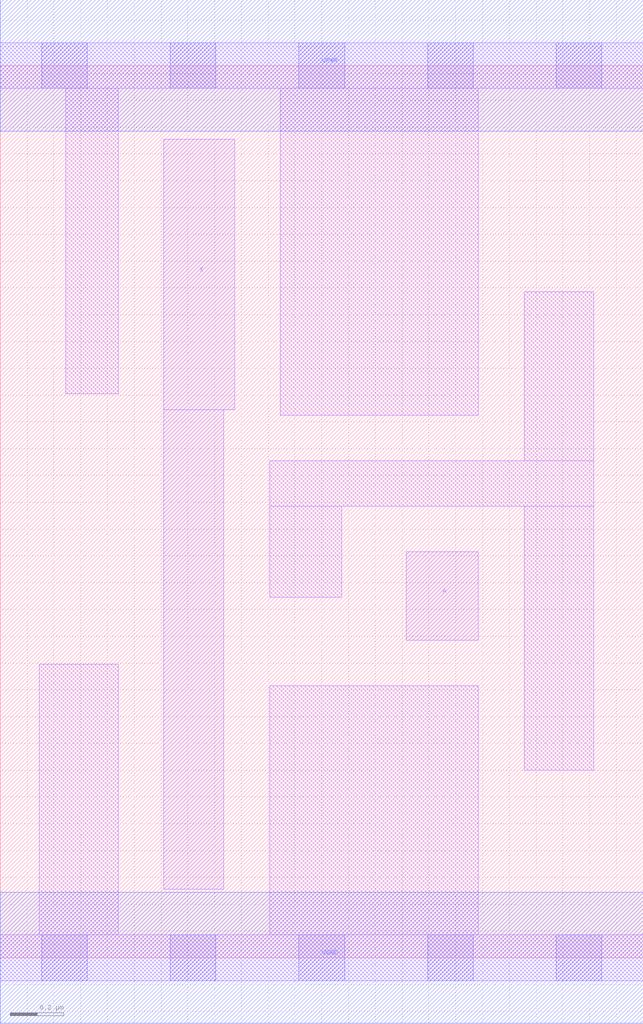
<source format=lef>
# Copyright 2020 The SkyWater PDK Authors
#
# Licensed under the Apache License, Version 2.0 (the "License");
# you may not use this file except in compliance with the License.
# You may obtain a copy of the License at
#
#     https://www.apache.org/licenses/LICENSE-2.0
#
# Unless required by applicable law or agreed to in writing, software
# distributed under the License is distributed on an "AS IS" BASIS,
# WITHOUT WARRANTIES OR CONDITIONS OF ANY KIND, either express or implied.
# See the License for the specific language governing permissions and
# limitations under the License.
#
# SPDX-License-Identifier: Apache-2.0

VERSION 5.7 ;
  NAMESCASESENSITIVE ON ;
  NOWIREEXTENSIONATPIN ON ;
  DIVIDERCHAR "/" ;
  BUSBITCHARS "[]" ;
UNITS
  DATABASE MICRONS 200 ;
END UNITS
MACRO sky130_fd_sc_lp__buf_2
  CLASS CORE ;
  SOURCE USER ;
  FOREIGN sky130_fd_sc_lp__buf_2 ;
  ORIGIN  0.000000  0.000000 ;
  SIZE  2.400000 BY  3.330000 ;
  SYMMETRY X Y R90 ;
  SITE unit ;
  PIN A
    ANTENNAGATEAREA  0.159000 ;
    DIRECTION INPUT ;
    USE SIGNAL ;
    PORT
      LAYER li1 ;
        RECT 1.515000 1.185000 1.785000 1.515000 ;
    END
  END A
  PIN X
    ANTENNADIFFAREA  0.588000 ;
    DIRECTION OUTPUT ;
    USE SIGNAL ;
    PORT
      LAYER li1 ;
        RECT 0.610000 0.255000 0.835000 2.045000 ;
        RECT 0.610000 2.045000 0.875000 3.055000 ;
    END
  END X
  PIN VGND
    DIRECTION INOUT ;
    USE GROUND ;
    PORT
      LAYER met1 ;
        RECT 0.000000 -0.245000 2.400000 0.245000 ;
    END
  END VGND
  PIN VPWR
    DIRECTION INOUT ;
    USE POWER ;
    PORT
      LAYER met1 ;
        RECT 0.000000 3.085000 2.400000 3.575000 ;
    END
  END VPWR
  OBS
    LAYER li1 ;
      RECT 0.000000 -0.085000 2.400000 0.085000 ;
      RECT 0.000000  3.245000 2.400000 3.415000 ;
      RECT 0.145000  0.085000 0.440000 1.095000 ;
      RECT 0.245000  2.105000 0.440000 3.245000 ;
      RECT 1.005000  0.085000 1.785000 1.015000 ;
      RECT 1.005000  1.345000 1.275000 1.685000 ;
      RECT 1.005000  1.685000 2.215000 1.855000 ;
      RECT 1.045000  2.025000 1.785000 3.245000 ;
      RECT 1.955000  0.700000 2.215000 1.685000 ;
      RECT 1.955000  1.855000 2.215000 2.485000 ;
    LAYER mcon ;
      RECT 0.155000 -0.085000 0.325000 0.085000 ;
      RECT 0.155000  3.245000 0.325000 3.415000 ;
      RECT 0.635000 -0.085000 0.805000 0.085000 ;
      RECT 0.635000  3.245000 0.805000 3.415000 ;
      RECT 1.115000 -0.085000 1.285000 0.085000 ;
      RECT 1.115000  3.245000 1.285000 3.415000 ;
      RECT 1.595000 -0.085000 1.765000 0.085000 ;
      RECT 1.595000  3.245000 1.765000 3.415000 ;
      RECT 2.075000 -0.085000 2.245000 0.085000 ;
      RECT 2.075000  3.245000 2.245000 3.415000 ;
  END
END sky130_fd_sc_lp__buf_2

</source>
